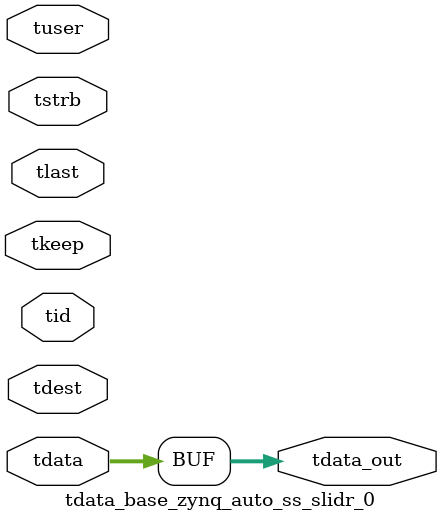
<source format=v>


`timescale 1ps/1ps

module tdata_base_zynq_auto_ss_slidr_0 #
(
parameter C_S_AXIS_TDATA_WIDTH = 32,
parameter C_S_AXIS_TUSER_WIDTH = 0,
parameter C_S_AXIS_TID_WIDTH   = 0,
parameter C_S_AXIS_TDEST_WIDTH = 0,
parameter C_M_AXIS_TDATA_WIDTH = 32
)
(
input  [(C_S_AXIS_TDATA_WIDTH == 0 ? 1 : C_S_AXIS_TDATA_WIDTH)-1:0     ] tdata,
input  [(C_S_AXIS_TUSER_WIDTH == 0 ? 1 : C_S_AXIS_TUSER_WIDTH)-1:0     ] tuser,
input  [(C_S_AXIS_TID_WIDTH   == 0 ? 1 : C_S_AXIS_TID_WIDTH)-1:0       ] tid,
input  [(C_S_AXIS_TDEST_WIDTH == 0 ? 1 : C_S_AXIS_TDEST_WIDTH)-1:0     ] tdest,
input  [(C_S_AXIS_TDATA_WIDTH/8)-1:0 ] tkeep,
input  [(C_S_AXIS_TDATA_WIDTH/8)-1:0 ] tstrb,
input                                                                    tlast,
output [C_M_AXIS_TDATA_WIDTH-1:0] tdata_out
);

assign tdata_out = {tdata[31:0]};

endmodule


</source>
